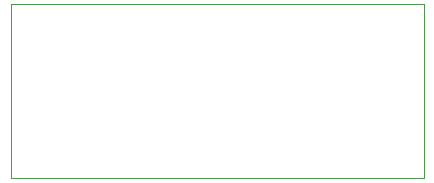
<source format=gbr>
%TF.GenerationSoftware,KiCad,Pcbnew,9.0.1*%
%TF.CreationDate,2025-04-28T22:46:39+02:00*%
%TF.ProjectId,SCS-maker,5343532d-6d61-46b6-9572-2e6b69636164,rev?*%
%TF.SameCoordinates,Original*%
%TF.FileFunction,Profile,NP*%
%FSLAX46Y46*%
G04 Gerber Fmt 4.6, Leading zero omitted, Abs format (unit mm)*
G04 Created by KiCad (PCBNEW 9.0.1) date 2025-04-28 22:46:39*
%MOMM*%
%LPD*%
G01*
G04 APERTURE LIST*
%TA.AperFunction,Profile*%
%ADD10C,0.050000*%
%TD*%
G04 APERTURE END LIST*
D10*
X43967400Y-37084000D02*
X78943200Y-37084000D01*
X78943200Y-51841400D01*
X43967400Y-51841400D01*
X43967400Y-37084000D01*
M02*

</source>
